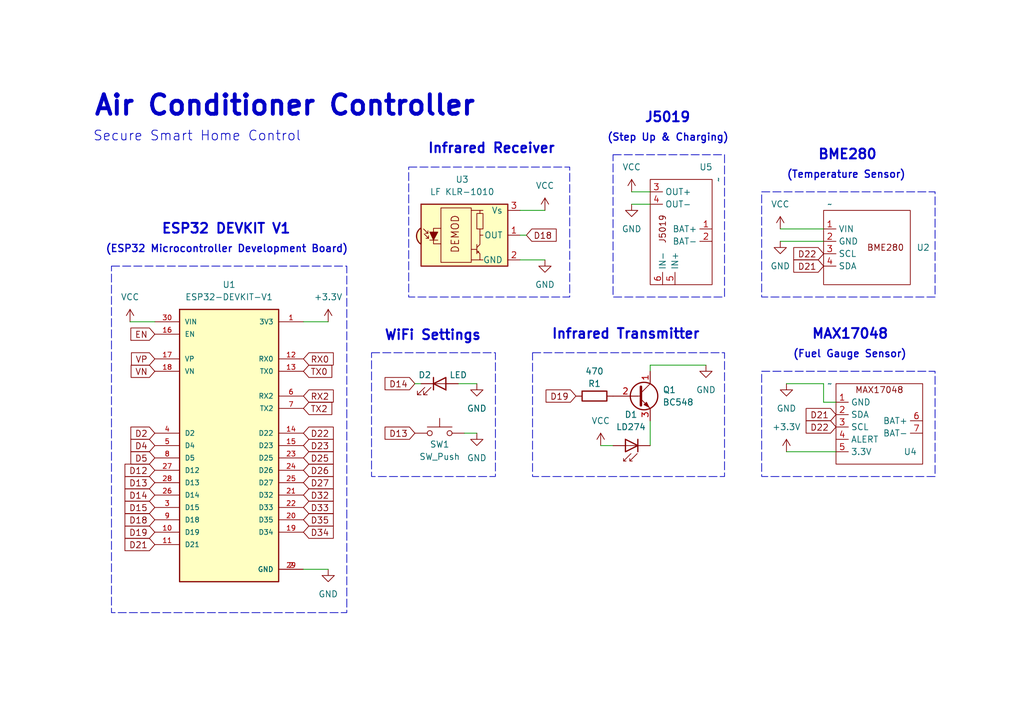
<source format=kicad_sch>
(kicad_sch (version 20231120) (generator "eeschema") (generator_version "8.0")
  (paper "A5")
  (title_block (title "Air Conditioner Controller") (date "2024-03-21") (rev "v3.0"))
  (lib_symbols
    (symbol "Device:LED" (pin_numbers hide) (pin_names (offset 1.016) hide)
      (property "Reference" "D" (at 0 2.54 0))
      (property "Value" "LED" (at 0 -2.54 0))
      (symbol "LED_0_1"
        (polyline (pts (xy -1.27 -1.27) (xy -1.27 1.27)) (stroke (width 0.254)))
        (polyline (pts (xy -1.27 0) (xy 1.27 0)))
        (polyline (pts (xy 1.27 -1.27) (xy 1.27 1.27) (xy -1.27 0) (xy 1.27 -1.27)) (stroke (width 0.254)))
        (polyline (pts (xy -3.048 -0.762) (xy -4.572 -2.286) (xy -3.81 -2.286) (xy -4.572 -2.286) (xy -4.572 -1.524)))
        (polyline (pts (xy -1.778 -0.762) (xy -3.302 -2.286) (xy -2.54 -2.286) (xy -3.302 -2.286) (xy -3.302 -1.524)))
      )
      (symbol "LED_1_1"
        (pin passive line (at -3.81 0 0) (length 2.54) (name "K") (number "1"))
        (pin passive line (at 3.81 0 180) (length 2.54) (name "A") (number "2"))
      )
    )
    (symbol "Device:R" (pin_numbers hide) (pin_names (offset 0))
      (property "Reference" "R" (at 2.032 0 90))
      (property "Value" "R" (at 0 0 90))
      (symbol "R_0_1"
        (rectangle (start -1.016 -2.54) (end 1.016 2.54) (stroke (width 0.254)))
      )
      (symbol "R_1_1"
        (pin passive line (at 0 3.81 270) (length 1.27) (name "~") (number "1"))
        (pin passive line (at 0 -3.81 90) (length 1.27) (name "~") (number "2"))
      )
    )
    (symbol "ESP32-DEVKIT-V1:ESP32-DEVKIT-V1" (pin_names (offset 1.016))
      (property "Reference" "U" (at -10.16 30.48 0))
      (property "Value" "ESP32-DEVKIT-V1" (at -10.16 -30.48 0))
      (symbol "ESP32-DEVKIT-V1_0_0"
        (rectangle (start -10.16 -27.94) (end 10.16 27.94) (stroke (width 0.254)) (fill (type background)))
        (pin output line (at 15.24 25.4 180) (length 5.08) (name "3V3") (number "1"))
        (pin bidirectional line (at -15.24 -17.78 0) (length 5.08) (name "D19") (number "10"))
        (pin bidirectional line (at -15.24 -20.32 0) (length 5.08) (name "D21") (number "11"))
        (pin input line (at 15.24 17.78 180) (length 5.08) (name "RX0") (number "12"))
        (pin output line (at 15.24 15.24 180) (length 5.08) (name "TX0") (number "13"))
        (pin bidirectional line (at 15.24 2.54 180) (length 5.08) (name "D22") (number "14"))
        (pin bidirectional line (at 15.24 0 180) (length 5.08) (name "D23") (number "15"))
        (pin input line (at -15.24 22.86 0) (length 5.08) (name "EN") (number "16"))
        (pin bidirectional line (at -15.24 17.78 0) (length 5.08) (name "VP") (number "17"))
        (pin bidirectional line (at -15.24 15.24 0) (length 5.08) (name "VN") (number "18"))
        (pin bidirectional line (at 15.24 -17.78 180) (length 5.08) (name "D34") (number "19"))
        (pin power_in line (at 15.24 -25.4 180) (length 5.08) (name "GND") (number "2"))
        (pin bidirectional line (at 15.24 -15.24 180) (length 5.08) (name "D35") (number "20"))
        (pin bidirectional line (at 15.24 -10.16 180) (length 5.08) (name "D32") (number "21"))
        (pin bidirectional line (at 15.24 -12.7 180) (length 5.08) (name "D33") (number "22"))
        (pin bidirectional line (at 15.24 -2.54 180) (length 5.08) (name "D25") (number "23"))
        (pin bidirectional line (at 15.24 -5.08 180) (length 5.08) (name "D26") (number "24"))
        (pin bidirectional line (at 15.24 -7.62 180) (length 5.08) (name "D27") (number "25"))
        (pin bidirectional line (at -15.24 -10.16 0) (length 5.08) (name "D14") (number "26"))
        (pin bidirectional line (at -15.24 -5.08 0) (length 5.08) (name "D12") (number "27"))
        (pin bidirectional line (at -15.24 -7.62 0) (length 5.08) (name "D13") (number "28"))
        (pin power_in line (at 15.24 -25.4 180) (length 5.08) (name "GND") (number "29"))
        (pin bidirectional line (at -15.24 -12.7 0) (length 5.08) (name "D15") (number "3"))
        (pin input line (at -15.24 25.4 0) (length 5.08) (name "VIN") (number "30"))
        (pin bidirectional line (at -15.24 2.54 0) (length 5.08) (name "D2") (number "4"))
        (pin bidirectional line (at -15.24 0 0) (length 5.08) (name "D4") (number "5"))
        (pin input line (at 15.24 10.16 180) (length 5.08) (name "RX2") (number "6"))
        (pin output line (at 15.24 7.62 180) (length 5.08) (name "TX2") (number "7"))
        (pin bidirectional line (at -15.24 -2.54 0) (length 5.08) (name "D5") (number "8"))
        (pin bidirectional line (at -15.24 -15.24 0) (length 5.08) (name "D18") (number "9"))
      )
    )
    (symbol "LED:LD274" (pin_numbers hide) (pin_names (offset 1.016) hide)
      (property "Reference" "D" (at 0.508 1.778 0))
      (property "Value" "LD274" (at -1.016 -2.794 0))
      (symbol "LD274_0_1"
        (polyline (pts (xy -2.54 1.27) (xy -2.54 -1.27)) (stroke (width 0.254)))
        (polyline (pts (xy 0 0) (xy -2.54 0)))
        (polyline (pts (xy 0.381 3.175) (xy -0.127 3.175)))
        (polyline (pts (xy -1.143 1.651) (xy 0.381 3.175) (xy 0.381 2.667)))
        (polyline (pts (xy 0 -1.27) (xy -2.54 0) (xy 0 1.27) (xy 0 -1.27)) (stroke (width 0.254)))
        (polyline (pts (xy -2.413 1.651) (xy -0.889 3.175) (xy -0.889 2.667) (xy -0.889 3.175) (xy -1.397 3.175)))
      )
      (symbol "LD274_1_1"
        (pin passive line (at -5.08 0 0) (length 2.54) (name "K") (number "1"))
        (pin passive line (at 2.54 0 180) (length 2.54) (name "A") (number "2"))
      )
    )
    (symbol "Sensor_Proximity:TSSP58P38" (pin_names (offset 1.016))
      (property "Reference" "U" (at -10.16 7.62 0))
      (property "Value" "TSSP58P38" (at -10.16 -7.62 0))
      (symbol "TSSP58P38_0_0"
        (arc (start -10.287 1.397) (mid -11.0899 -0.1852) (end -10.287 -1.778) (stroke (width 0.254)) (fill (type background)))
        (polyline (pts (xy 1.905 -5.08) (xy 0.127 -5.08)))
        (polyline (pts (xy 1.905 5.08) (xy 0.127 5.08)))
        (text "DEMOD" (at -3.175 0.254 900) (effects (font (size 1.524 1.524))))
      )
      (symbol "TSSP58P38_0_1"
        (rectangle (start -6.096 5.588) (end 0.127 -5.588))
        (polyline (pts (xy -8.763 0.381) (xy -9.652 1.27)))
        (polyline (pts (xy -8.763 0.381) (xy -9.271 0.381)))
        (polyline (pts (xy -8.763 0.381) (xy -8.763 0.889)))
        (polyline (pts (xy -8.636 -0.635) (xy -9.525 0.254)))
        (polyline (pts (xy -8.636 -0.635) (xy -9.144 -0.635)))
        (polyline (pts (xy -8.636 -0.635) (xy -8.636 -0.127)))
        (polyline (pts (xy -8.382 -1.016) (xy -6.731 -1.016)))
        (polyline (pts (xy 1.27 -2.921) (xy 0.127 -2.921)))
        (polyline (pts (xy 1.27 -1.905) (xy 1.27 -3.81)))
        (polyline (pts (xy 1.397 -3.556) (xy 1.524 -3.556)))
        (polyline (pts (xy 1.651 -3.556) (xy 1.524 -3.556)))
        (polyline (pts (xy 1.651 -3.556) (xy 1.651 -3.302)))
        (polyline (pts (xy 1.905 0) (xy 1.905 1.27)))
        (polyline (pts (xy 1.905 4.445) (xy 1.905 5.08) (xy 2.54 5.08)))
        (polyline (pts (xy -8.382 0.635) (xy -6.731 0.635) (xy -7.62 -1.016) (xy -8.382 0.635)) (fill (type outline)))
        (polyline (pts (xy -6.096 1.397) (xy -7.62 1.397) (xy -7.62 -1.778) (xy -6.096 -1.778)))
        (polyline (pts (xy 1.27 -3.175) (xy 1.905 -3.81) (xy 1.905 -5.08) (xy 2.54 -5.08)))
        (polyline (pts (xy 1.27 -2.54) (xy 1.905 -1.905) (xy 1.905 0) (xy 2.54 0)))
        (rectangle (start 2.54 1.27) (end 1.27 4.445))
        (rectangle (start 7.62 6.35) (end -10.16 -6.35) (stroke (width 0.254)) (fill (type background)))
      )
      (symbol "TSSP58P38_1_1"
        (pin output line (at 10.16 0 180) (length 2.54) (name "OUT") (number "1"))
        (pin power_in line (at 10.16 -5.08 180) (length 2.54) (name "GND") (number "2"))
        (pin power_in line (at 10.16 5.08 180) (length 2.54) (name "Vs") (number "3"))
      )
    )
    (symbol "Switch:SW_Push" (pin_numbers hide) (pin_names (offset 1.016) hide)
      (property "Reference" "SW" (at 1.27 2.54 0))
      (property "Value" "SW_Push" (at 0 -1.524 0))
      (symbol "SW_Push_0_1"
        (circle (center -2.032 0) (radius 0.508))
        (polyline (pts (xy 0 1.27) (xy 0 3.048)))
        (polyline (pts (xy 2.54 1.27) (xy -2.54 1.27)))
        (circle (center 2.032 0) (radius 0.508))
        (pin passive line (at -5.08 0 0) (length 2.54) (name "1") (number "1"))
        (pin passive line (at 5.08 0 180) (length 2.54) (name "2") (number "2"))
      )
    )
    (symbol "Transistor_BJT:BC548" (pin_names (offset 0) hide)
      (property "Reference" "Q" (at 5.08 1.905 0))
      (property "Value" "BC548" (at 5.08 0 0))
      (symbol "BC548_0_1"
        (polyline (pts (xy 0 0) (xy 0.635 0)))
        (polyline (pts (xy 0.635 0.635) (xy 2.54 2.54)))
        (polyline (pts (xy 0.635 -0.635) (xy 2.54 -2.54) (xy 2.54 -2.54)))
        (polyline (pts (xy 0.635 1.905) (xy 0.635 -1.905) (xy 0.635 -1.905)) (stroke (width 0.508)))
        (polyline (pts (xy 1.27 -1.778) (xy 1.778 -1.27) (xy 2.286 -2.286) (xy 1.27 -1.778) (xy 1.27 -1.778)) (fill (type outline)))
        (circle (center 1.27 0) (radius 2.8194) (stroke (width 0.254)))
      )
      (symbol "BC548_1_1"
        (pin passive line (at 2.54 5.08 270) (length 2.54) (name "C") (number "1"))
        (pin input line (at -5.08 0 0) (length 5.08) (name "B") (number "2"))
        (pin passive line (at 2.54 -5.08 90) (length 2.54) (name "E") (number "3"))
      )
    )
    (symbol "bme280:bme280"
      (property "Reference" "U" (at 0 0 0))
      (symbol "bme280_0_1"
        (rectangle (start -1.27 -1.27) (end 16.51 -16.51))
      )
      (symbol "bme280_1_1"
        (text "BME280" (at 11.43 -8.89 0) (effects (font (size 1.27 1.27))))
        (pin power_in line (at -1.27 -5.08 0) (length 2.54) (name "VIN") (number "1"))
        (pin power_in line (at -1.27 -7.62 0) (length 2.54) (name "GND") (number "2"))
        (pin input line (at -1.27 -10.16 0) (length 2.54) (name "SCL") (number "3"))
        (pin input line (at -1.27 -12.7 0) (length 2.54) (name "SDA") (number "4"))
      )
    )
    (symbol "j5019:J5019"
      (property "Reference" "U" (at 0 0 0))
      (symbol "J5019_0_1"
        (rectangle (start 0 -1.27) (end 21.59 -13.97))
      )
      (symbol "J5019_1_1"
        (text "J5019" (at 10.16 -11.43 0) (effects (font (size 1.27 1.27))))
        (pin input line (at 10.16 -1.27 270) (length 2.54) (name "BAT+") (number "1"))
        (pin input line (at 12.7 -1.27 270) (length 2.54) (name "BAT-") (number "2"))
        (pin input line (at 2.54 -13.97 90) (length 2.54) (name "OUT+") (number "3"))
        (pin input line (at 5.08 -13.97 90) (length 2.54) (name "OUT-") (number "4"))
        (pin input line (at 21.59 -8.89 180) (length 2.54) (name "IN+") (number "5"))
        (pin input line (at 21.59 -11.43 180) (length 2.54) (name "IN-") (number "6"))
      )
    )
    (symbol "max17048:max17048_module"
      (property "Reference" "U" (at 0 0 0))
      (symbol "max17048_module_0_1"
        (rectangle (start 1.27 0) (end 19.05 -16.51))
      )
      (symbol "max17048_module_1_1"
        (text "MAX17048" (at 10.16 -1.27 0) (effects (font (size 1.27 1.27))))
        (pin input line (at 1.27 -3.81 0) (length 2.54) (name "GND") (number "1"))
        (pin input line (at 1.27 -6.35 0) (length 2.54) (name "SDA") (number "2"))
        (pin input line (at 1.27 -8.89 0) (length 2.54) (name "SCL") (number "3"))
        (pin input line (at 1.27 -11.43 0) (length 2.54) (name "ALERT") (number "4"))
        (pin input line (at 1.27 -13.97 0) (length 2.54) (name "3.3V") (number "5"))
        (pin input line (at 19.05 -7.62 180) (length 2.54) (name "BAT+") (number "6"))
        (pin input line (at 19.05 -10.16 180) (length 2.54) (name "BAT-") (number "7"))
      )
    )
    (symbol "power:+3.3V" (power) (pin_names (offset 0))
      (property "Value" "+3.3V" (at 0 3.556 0))
      (symbol "+3.3V_0_1"
        (polyline (pts (xy -0.762 1.27) (xy 0 2.54)))
        (polyline (pts (xy 0 0) (xy 0 2.54)))
        (polyline (pts (xy 0 2.54) (xy 0.762 1.27)))
      )
      (symbol "+3.3V_1_1"
        (pin power_in line (at 0 0 90) (length 0) hide (name "+3.3V") (number "1"))
      )
    )
    (symbol "power:GND" (power) (pin_names (offset 0))
      (property "Value" "GND" (at 0 -3.81 0))
      (symbol "GND_0_1"
        (polyline (pts (xy 0 0) (xy 0 -1.27) (xy 1.27 -1.27) (xy 0 -2.54) (xy -1.27 -1.27) (xy 0 -1.27)))
      )
      (symbol "GND_1_1"
        (pin power_in line (at 0 0 270) (length 0) hide (name "GND") (number "1"))
      )
    )
    (symbol "power:VCC" (power) (pin_names (offset 0))
      (property "Value" "VCC" (at 0 3.81 0))
      (symbol "VCC_0_1"
        (polyline (pts (xy -0.762 1.27) (xy 0 2.54)))
        (polyline (pts (xy 0 0) (xy 0 2.54)))
        (polyline (pts (xy 0 2.54) (xy 0.762 1.27)))
      )
      (symbol "VCC_1_1"
        (pin power_in line (at 0 0 90) (length 0) hide (name "VCC") (number "1"))
      )
    )
  )
  (wire (pts (xy 133.35 74.93) (xy 133.35 76.2)))
  (wire (pts (xy 133.35 74.93) (xy 144.78 74.93)))
  (wire (pts (xy 129.54 41.91) (xy 133.35 41.91)))
  (wire (pts (xy 168.91 78.74) (xy 168.91 82.55)))
  (wire (pts (xy 85.09 78.74) (xy 86.36 78.74)))
  (wire (pts (xy 123.19 91.44) (xy 125.73 91.44)))
  (wire (pts (xy 129.54 39.37) (xy 133.35 39.37)))
  (wire (pts (xy 93.98 78.74) (xy 97.79 78.74)))
  (wire (pts (xy 106.68 53.34) (xy 111.76 53.34)))
  (wire (pts (xy 168.91 46.99) (xy 160.02 46.99)))
  (wire (pts (xy 160.02 49.53) (xy 168.91 49.53)))
  (wire (pts (xy 133.35 86.36) (xy 133.35 91.44)))
  (wire (pts (xy 67.31 116.84) (xy 62.23 116.84)))
  (wire (pts (xy 106.68 43.18) (xy 111.76 43.18)))
  (wire (pts (xy 168.91 82.55) (xy 171.45 82.55)))
  (wire (pts (xy 26.67 66.04) (xy 31.75 66.04)))
  (wire (pts (xy 62.23 66.04) (xy 67.31 66.04)))
  (wire (pts (xy 161.29 78.74) (xy 168.91 78.74)))
  (wire (pts (xy 161.29 92.71) (xy 171.45 92.71)))
  (wire (pts (xy 107.95 48.26) (xy 106.68 48.26)))
  (wire (pts (xy 95.25 88.9) (xy 97.79 88.9)))
  (rectangle (start 156.21 76.2) (end 191.77 97.79) (stroke (width 0) (type dash)))
  (rectangle (start 125.73 31.75) (end 148.59 60.96) (stroke (width 0) (type dash)))
  (rectangle (start 156.21 39.37) (end 191.77 60.96) (stroke (width 0) (type dash)))
  (text_box "" (at 76.2 72.39 0) (size 25.4 25.4) (stroke (width 0) (type dash)) (effects (font (size 1.27 1.27)) (justify left top)))
  (text_box "" (at 83.82 34.29 0) (size 33.02 26.67) (stroke (width 0) (type dash)) (effects (font (size 1.27 1.27)) (justify left top)))
  (text_box "" (at 22.86 54.61 0) (size 48.26 71.12) (stroke (width 0) (type dash)) (effects (font (size 1.27 1.27)) (justify left top)))
  (text_box "" (at 109.22 72.39 0) (size 39.37 25.4) (stroke (width 0) (type dash)) (effects (font (size 1.27 1.27)) (justify left top)))
  (text "(Fuel Gauge Sensor)" (at 162.56 73.66 0) (effects (font (size 1.48 1.48) (thickness 0.254) (bold yes)) (justify left bottom)))
  (text "Secure Smart Home Control" (at 19.05 29.21 0) (effects (font (size 2 2)) (justify left bottom)))
  (text "ESP32 DEVKIT V1\n" (at 33.02 48.26 0) (effects (font (size 2 2) (thickness 0.4) (bold yes)) (justify left bottom)))
  (text "BME280\n" (at 167.64 33.02 0) (effects (font (size 2 2) (thickness 0.4) (bold yes)) (justify left bottom)))
  (text "WiFi Settings" (at 78.74 70.104 0) (effects (font (size 2 2) (bold yes)) (justify left bottom)))
  (text "Infrared Transmitter" (at 113.03 69.85 0) (effects (font (size 2 2) (bold yes)) (justify left bottom)))
  (text "(Step Up & Charging)" (at 124.46 29.21 0) (effects (font (size 1.48 1.48) (thickness 0.254) (bold yes)) (justify left bottom)))
  (text "J5019" (at 132.08 25.4 0) (effects (font (size 2 2) (thickness 0.4) (bold yes)) (justify left bottom)))
  (text "Infrared Receiver" (at 87.63 31.75 0) (effects (font (size 2 2) (bold yes)) (justify left bottom)))
  (text "(ESP32 Microcontroller Development Board)" (at 21.59 52.07 0) (effects (font (size 1.48 1.48) (thickness 0.254) (bold yes)) (justify left bottom)))
  (text "(Temperature Sensor)" (at 161.29 36.83 0) (effects (font (size 1.48 1.48) (thickness 0.254) (bold yes)) (justify left bottom)))
  (text "MAX17048" (at 166.37 69.85 0) (effects (font (size 2 2) (thickness 0.4) (bold yes)) (justify left bottom)))
  (text "Air Conditioner Controller" (at 19.05 24.13 0) (effects (font (size 4 4) (bold yes)) (justify left bottom)))
  (global_label "D14" (shape input) (at 31.75 101.6 180) (property "Intersheetrefs" "${INTERSHEET_REFS}" (effects (hide yes))))
  (global_label "D23" (shape input) (at 62.23 91.44 0) (property "Intersheetrefs" "${INTERSHEET_REFS}" (effects (hide yes))))
  (global_label "D5" (shape input) (at 31.75 93.98 180) (property "Intersheetrefs" "${INTERSHEET_REFS}" (effects (hide yes))))
  (global_label "D33" (shape input) (at 62.23 104.14 0) (property "Intersheetrefs" "${INTERSHEET_REFS}" (effects (hide yes))))
  (global_label "VP" (shape input) (at 31.75 73.66 180) (property "Intersheetrefs" "${INTERSHEET_REFS}" (effects (hide yes))))
  (global_label "D18" (shape input) (at 107.95 48.26 0) (property "Intersheetrefs" "${INTERSHEET_REFS}" (effects (hide yes))))
  (global_label "D21" (shape input) (at 168.91 54.61 180) (property "Intersheetrefs" "${INTERSHEET_REFS}" (effects (hide yes))))
  (global_label "D13" (shape input) (at 31.75 99.06 180) (property "Intersheetrefs" "${INTERSHEET_REFS}" (effects (hide yes))))
  (global_label "D25" (shape input) (at 62.23 93.98 0) (property "Intersheetrefs" "${INTERSHEET_REFS}" (effects (hide yes))))
  (global_label "D19" (shape input) (at 118.11 81.28 180) (property "Intersheetrefs" "${INTERSHEET_REFS}" (effects (hide yes))))
  (global_label "D27" (shape input) (at 62.23 99.06 0) (property "Intersheetrefs" "${INTERSHEET_REFS}" (effects (hide yes))))
  (global_label "D19" (shape input) (at 31.75 109.22 180) (property "Intersheetrefs" "${INTERSHEET_REFS}" (effects (hide yes))))
  (global_label "D12" (shape input) (at 31.75 96.52 180) (property "Intersheetrefs" "${INTERSHEET_REFS}" (effects (hide yes))))
  (global_label "D34" (shape input) (at 62.23 109.22 0) (property "Intersheetrefs" "${INTERSHEET_REFS}" (effects (hide yes))))
  (global_label "D21" (shape input) (at 31.75 111.76 180) (property "Intersheetrefs" "${INTERSHEET_REFS}" (effects (hide yes))))
  (global_label "D13" (shape input) (at 85.09 88.9 180) (property "Intersheetrefs" "${INTERSHEET_REFS}" (effects (hide yes))))
  (global_label "D22" (shape input) (at 171.45 87.63 180) (property "Intersheetrefs" "${INTERSHEET_REFS}" (effects (hide yes))))
  (global_label "D4" (shape input) (at 31.75 91.44 180) (property "Intersheetrefs" "${INTERSHEET_REFS}" (effects (hide yes))))
  (global_label "D22" (shape input) (at 168.91 52.07 180) (property "Intersheetrefs" "${INTERSHEET_REFS}" (effects (hide yes))))
  (global_label "TX0" (shape input) (at 62.23 76.2 0) (property "Intersheetrefs" "${INTERSHEET_REFS}" (effects (hide yes))))
  (global_label "D26" (shape input) (at 62.23 96.52 0) (property "Intersheetrefs" "${INTERSHEET_REFS}" (effects (hide yes))))
  (global_label "TX2" (shape input) (at 62.23 83.82 0) (property "Intersheetrefs" "${INTERSHEET_REFS}" (effects (hide yes))))
  (global_label "VN" (shape input) (at 31.75 76.2 180) (property "Intersheetrefs" "${INTERSHEET_REFS}" (effects (hide yes))))
  (global_label "RX0" (shape input) (at 62.23 73.66 0) (property "Intersheetrefs" "${INTERSHEET_REFS}" (effects (hide yes))))
  (global_label "D2" (shape input) (at 31.75 88.9 180) (property "Intersheetrefs" "${INTERSHEET_REFS}" (effects (hide yes))))
  (global_label "D14" (shape input) (at 85.09 78.74 180) (property "Intersheetrefs" "${INTERSHEET_REFS}" (effects (hide yes))))
  (global_label "D18" (shape input) (at 31.75 106.68 180) (property "Intersheetrefs" "${INTERSHEET_REFS}" (effects (hide yes))))
  (global_label "D22" (shape input) (at 62.23 88.9 0) (property "Intersheetrefs" "${INTERSHEET_REFS}" (effects (hide yes))))
  (global_label "EN" (shape input) (at 31.75 68.58 180) (property "Intersheetrefs" "${INTERSHEET_REFS}" (effects (hide yes))))
  (global_label "D15" (shape input) (at 31.75 104.14 180) (property "Intersheetrefs" "${INTERSHEET_REFS}" (effects (hide yes))))
  (global_label "D21" (shape input) (at 171.45 85.09 180) (property "Intersheetrefs" "${INTERSHEET_REFS}" (effects (hide yes))))
  (global_label "RX2" (shape input) (at 62.23 81.28 0) (property "Intersheetrefs" "${INTERSHEET_REFS}" (effects (hide yes))))
  (global_label "D32" (shape input) (at 62.23 101.6 0) (property "Intersheetrefs" "${INTERSHEET_REFS}" (effects (hide yes))))
  (global_label "D35" (shape input) (at 62.23 106.68 0) (property "Intersheetrefs" "${INTERSHEET_REFS}" (effects (hide yes))))
  (symbol (lib_id "power:+3.3V") (at 161.29 92.71 0) (unit 1)
    (property "Reference" "#PWR013" (effects (hide yes)))
    (property "Value" "+3.3V" (at 161.29 87.63 0))
  )
  (symbol (lib_id "ESP32-DEVKIT-V1:ESP32-DEVKIT-V1") (at 46.99 91.44 0) (unit 1)
    (property "Reference" "U1" (at 46.99 58.42 0))
    (property "Value" "ESP32-DEVKIT-V1" (at 46.99 60.96 0))
    (property "Footprint" "ESP32_DevkitV1:MODULE_ESP32_DEVKIT_V1" (effects (hide yes)))
    (property "Description" "\nDual core, Wi-Fi: 2.4 GHz up to 150 Mbits/s,BLE (Bluetooth Low Energy) and legacy Bluetooth, 32 bits, Up to 240 MHz\n" (effects (hide yes)))
    (property "MF" "Do it" (effects (hide yes)))
    (property "MAXIMUM_PACKAGE_HEIGHT" "6.8 mm" (effects (hide yes)))
    (property "Package" "None" (effects (hide yes)))
    (property "Price" "None" (effects (hide yes)))
    (property "Check_prices" "https://www.snapeda.com/parts/ESP32-DEVKIT-V1/Do+it/view-part/?ref=eda" (effects (hide yes)))
    (property "STANDARD" "Manufacturer Recommendations" (effects (hide yes)))
    (property "PARTREV" "N/A" (effects (hide yes)))
    (property "SnapEDA_Link" "https://www.snapeda.com/parts/ESP32-DEVKIT-V1/Do+it/view-part/?ref=snap" (effects (hide yes)))
    (property "MP" "ESP32-DEVKIT-V1" (effects (hide yes)))
    (property "Availability" "Not in stock" (effects (hide yes)))
    (property "MANUFACTURER" "DOIT" (effects (hide yes)))
  )
  (symbol (lib_id "Device:R") (at 121.92 81.28 90) (unit 1)
    (property "Reference" "R1" (at 121.92 78.74 90))
    (property "Value" "470" (at 121.92 76.2 90))
    (property "Footprint" "Resistor_THT:R_Axial_DIN0207_L6.3mm_D2.5mm_P7.62mm_Horizontal" (effects (hide yes)))
  )
  (symbol (lib_id "Transistor_BJT:BC548") (at 130.81 81.28 0) (unit 1)
    (property "Reference" "Q1" (at 135.89 80.01 0) (effects (justify left)))
    (property "Value" "BC548" (at 135.89 82.55 0) (effects (justify left)))
    (property "Footprint" "Package_TO_SOT_THT:TO-92_Inline" (effects (hide yes)))
    (property "Datasheet" "https://www.onsemi.com/pub/Collateral/BC550-D.pdf" (effects (hide yes)))
  )
  (symbol (lib_id "j5019:J5019") (at 147.32 36.83 270) (unit 1)
    (property "Reference" "U5" (at 144.78 34.29 90))
    (property "Value" "~" (at 147.32 36.83 0))
    (property "Footprint" "J5019:j5019_pads" (effects (hide yes)))
  )
  (symbol (lib_id "power:GND") (at 144.78 74.93 0) (unit 1)
    (property "Reference" "#PWR07" (effects (hide yes)))
    (property "Value" "GND" (at 144.78 80.01 0))
  )
  (symbol (lib_id "power:GND") (at 129.54 41.91 0) (unit 1)
    (property "Reference" "#PWR03" (effects (hide yes)))
    (property "Value" "GND" (at 129.54 46.99 0))
  )
  (symbol (lib_id "power:VCC") (at 111.76 43.18 0) (unit 1)
    (property "Reference" "#PWR011" (effects (hide yes)))
    (property "Value" "VCC" (at 111.76 38.1 0))
  )
  (symbol (lib_id "bme280:bme280") (at 170.18 41.91 0) (unit 1)
    (property "Reference" "U2" (at 187.96 50.8 0) (effects (justify left)))
    (property "Value" "~" (at 170.18 41.91 0))
    (property "Footprint" "BME280:module_bme280_alt" (effects (hide yes)))
  )
  (symbol (lib_id "power:GND") (at 161.29 78.74 0) (unit 1)
    (property "Reference" "#PWR05" (effects (hide yes)))
    (property "Value" "GND" (at 161.29 83.82 0))
  )
  (symbol (lib_id "power:GND") (at 67.31 116.84 0) (unit 1)
    (property "Reference" "#PWR06" (effects (hide yes)))
    (property "Value" "GND" (at 67.31 121.92 0))
  )
  (symbol (lib_id "power:GND") (at 160.02 49.53 0) (unit 1)
    (property "Reference" "#PWR010" (effects (hide yes)))
    (property "Value" "GND" (at 160.02 54.61 0))
  )
  (symbol (lib_id "Device:LED") (at 90.17 78.74 0) (unit 1)
    (property "Reference" "D2" (at 87.122 76.962 0))
    (property "Value" "LED" (at 93.98 76.962 0))
    (property "Footprint" "LED_THT:LED_D5.0mm_Clear" (effects (hide yes)))
    (property "Description" "Light emitting diode" (effects (hide yes)))
  )
  (symbol (lib_id "power:VCC") (at 129.54 39.37 0) (unit 1)
    (property "Reference" "#PWR01" (effects (hide yes)))
    (property "Value" "VCC" (at 129.54 34.29 0))
  )
  (symbol (lib_id "power:GND") (at 111.76 53.34 0) (unit 1)
    (property "Reference" "#PWR012" (effects (hide yes)))
    (property "Value" "GND" (at 111.76 58.42 0))
  )
  (symbol (lib_id "power:+3.3V") (at 67.31 66.04 0) (unit 1)
    (property "Reference" "#PWR04" (effects (hide yes)))
    (property "Value" "+3.3V" (at 67.31 60.96 0))
  )
  (symbol (lib_id "power:VCC") (at 123.19 91.44 0) (unit 1)
    (property "Reference" "#PWR08" (effects (hide yes)))
    (property "Value" "VCC" (at 123.19 86.36 0))
  )
  (symbol (lib_id "Switch:SW_Push") (at 90.17 88.9 0) (unit 1)
    (property "Reference" "SW1" (at 90.17 91.186 0))
    (property "Value" "SW_Push" (at 90.17 93.726 0))
    (property "Footprint" "Button_Switch_THT:SW_PUSH_6mm_H9.5mm" (effects (hide yes)))
    (property "Description" "Push button switch, generic, two pins" (effects (hide yes)))
  )
  (symbol (lib_id "max17048:max17048_module") (at 170.18 78.74 0) (unit 1)
    (property "Reference" "U4" (at 186.69 92.71 0))
    (property "Value" "~" (at 170.18 78.74 0))
    (property "Footprint" "MAX17048:max17048_pads" (effects (hide yes)))
  )
  (symbol (lib_id "power:GND") (at 97.79 88.9 0) (unit 1)
    (property "Reference" "#PWR015" (effects (hide yes)))
    (property "Value" "GND" (at 97.79 93.98 0))
  )
  (symbol (lib_id "power:VCC") (at 26.67 66.04 0) (unit 1)
    (property "Reference" "#PWR02" (effects (hide yes)))
    (property "Value" "VCC" (at 26.67 60.96 0))
  )
  (symbol (lib_id "power:GND") (at 97.79 78.74 0) (unit 1)
    (property "Reference" "#PWR014" (effects (hide yes)))
    (property "Value" "GND" (at 97.79 83.82 0))
  )
  (symbol (lib_id "power:VCC") (at 160.02 46.99 0) (unit 1)
    (property "Reference" "#PWR09" (effects (hide yes)))
    (property "Value" "VCC" (at 160.02 41.91 0))
  )
  (symbol (lib_id "Sensor_Proximity:TSSP58P38") (at 96.52 48.26 0) (unit 1)
    (property "Reference" "U3" (at 94.785 36.83 0))
    (property "Value" "LF KLR-1010" (at 94.785 39.37 0))
    (property "Footprint" "OptoDevice:Vishay_MINICAST-3Pin" (effects (hide yes)))
    (property "Datasheet" "http://www.vishay.com/docs/82462/tsop581.pdf" (effects (hide yes)))
    (property "Description" "Photo Modules for PCM Remote Control Systems" (effects (hide yes)))
  )
  (symbol (lib_id "LED:LD274") (at 128.27 91.44 180) (unit 1)
    (property "Reference" "D1" (at 129.413 85.09 0))
    (property "Value" "LD274" (at 129.413 87.63 0))
    (property "Footprint" "LED_THT:LED_D5.0mm_IRGrey" (effects (hide yes)))
    (property "Datasheet" "http://pdf.datasheetcatalog.com/datasheet/siemens/LD274.pdf" (effects (hide yes)))
  )
)
</source>
